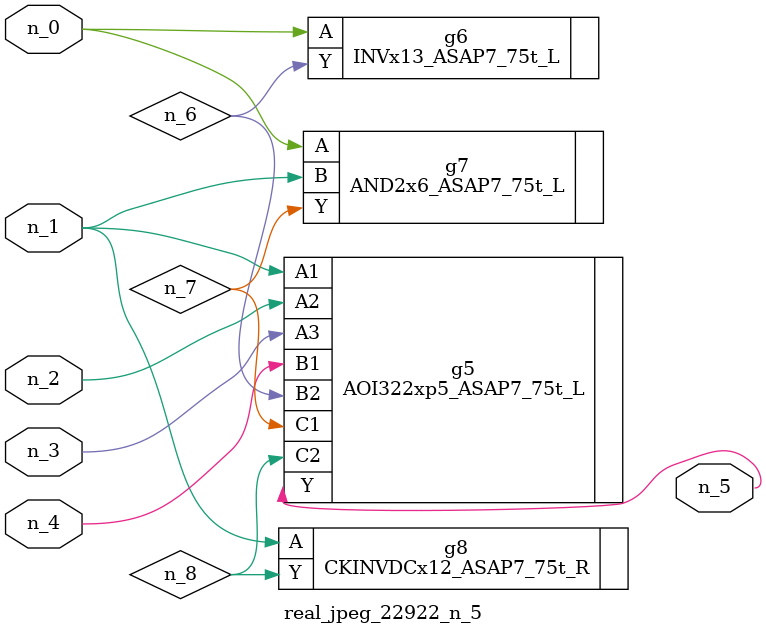
<source format=v>
module real_jpeg_22922_n_5 (n_4, n_0, n_1, n_2, n_3, n_5);

input n_4;
input n_0;
input n_1;
input n_2;
input n_3;

output n_5;

wire n_8;
wire n_6;
wire n_7;

INVx13_ASAP7_75t_L g6 ( 
.A(n_0),
.Y(n_6)
);

AND2x6_ASAP7_75t_L g7 ( 
.A(n_0),
.B(n_1),
.Y(n_7)
);

AOI322xp5_ASAP7_75t_L g5 ( 
.A1(n_1),
.A2(n_2),
.A3(n_3),
.B1(n_4),
.B2(n_6),
.C1(n_7),
.C2(n_8),
.Y(n_5)
);

CKINVDCx12_ASAP7_75t_R g8 ( 
.A(n_1),
.Y(n_8)
);


endmodule
</source>
